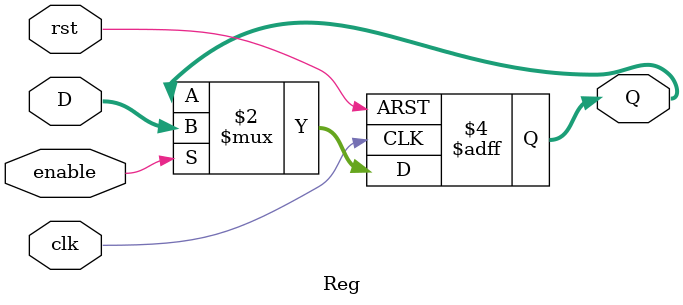
<source format=v>
module Reg(D, clk, rst, enable, Q);
	input [15:0] D;
	input clk, rst, enable;
	output reg[15:0] Q;
	
	always @ (posedge clk or posedge rst) begin
		//reset
		if (rst)
			Q <= 0;
		else if (enable)
			Q <= D;
			
	end
	
endmodule
</source>
